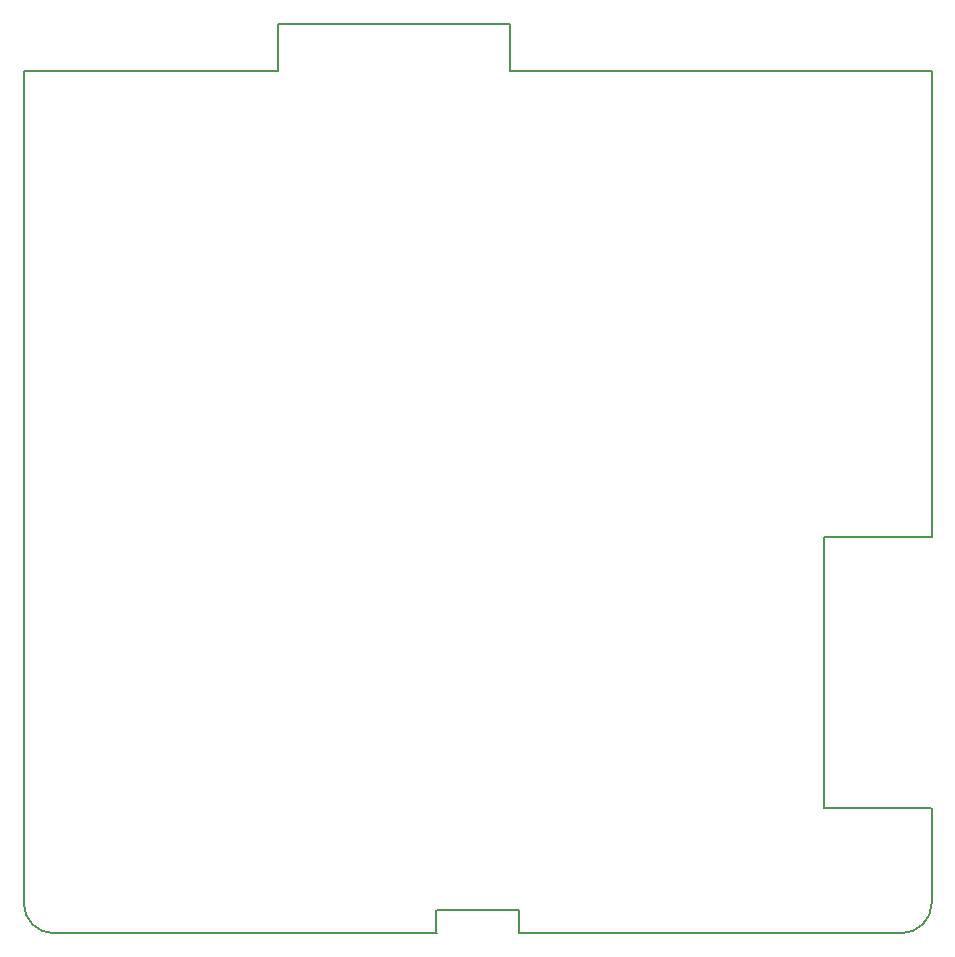
<source format=gbr>
G04 #@! TF.GenerationSoftware,KiCad,Pcbnew,5.0.2+dfsg1-1~bpo9+1*
G04 #@! TF.CreationDate,2021-01-26T10:03:55+00:00*
G04 #@! TF.ProjectId,ardubigboy,61726475-6269-4676-926f-792e6b696361,rev?*
G04 #@! TF.SameCoordinates,Original*
G04 #@! TF.FileFunction,Profile,NP*
%FSLAX46Y46*%
G04 Gerber Fmt 4.6, Leading zero omitted, Abs format (unit mm)*
G04 Created by KiCad (PCBNEW 5.0.2+dfsg1-1~bpo9+1) date Tue 26 Jan 2021 10:03:55 GMT*
%MOMM*%
%LPD*%
G01*
G04 APERTURE LIST*
%ADD10C,0.150000*%
%ADD11C,0.200000*%
G04 APERTURE END LIST*
D10*
X132470000Y-53290000D02*
X132470000Y-92740000D01*
X132460000Y-115720000D02*
X132470000Y-115720000D01*
X132470000Y-123720000D02*
X132460000Y-115720000D01*
D11*
X132450000Y-115700000D02*
X123350000Y-115700000D01*
X132470000Y-92750000D02*
X123370000Y-92750000D01*
D10*
X123360000Y-92720000D02*
X123360000Y-115710000D01*
X77110000Y-49340000D02*
X96800000Y-49330000D01*
X96800000Y-53270000D02*
X96800000Y-49290000D01*
X111000000Y-53290000D02*
X96800000Y-53280000D01*
X90540000Y-124300000D02*
X90540000Y-126290000D01*
X58170000Y-126300000D02*
X90560000Y-126300000D01*
X129900000Y-126290000D02*
X97520000Y-126290000D01*
D11*
X97550000Y-124300000D02*
X97550000Y-126210000D01*
X90550000Y-124300000D02*
X97550000Y-124300000D01*
D10*
X55590000Y-123740000D02*
X55610000Y-53290000D01*
X58160000Y-126300000D02*
G75*
G02X55590000Y-123730000I0J2570000D01*
G01*
X132470000Y-123720000D02*
G75*
G02X129900000Y-126290000I-2570000J0D01*
G01*
X77106780Y-49339200D02*
X77106780Y-53289200D01*
X111003080Y-53289200D02*
X132468620Y-53289200D01*
X77071220Y-53289200D02*
X77106780Y-53289200D01*
X55605680Y-53289200D02*
X77071220Y-53289200D01*
M02*

</source>
